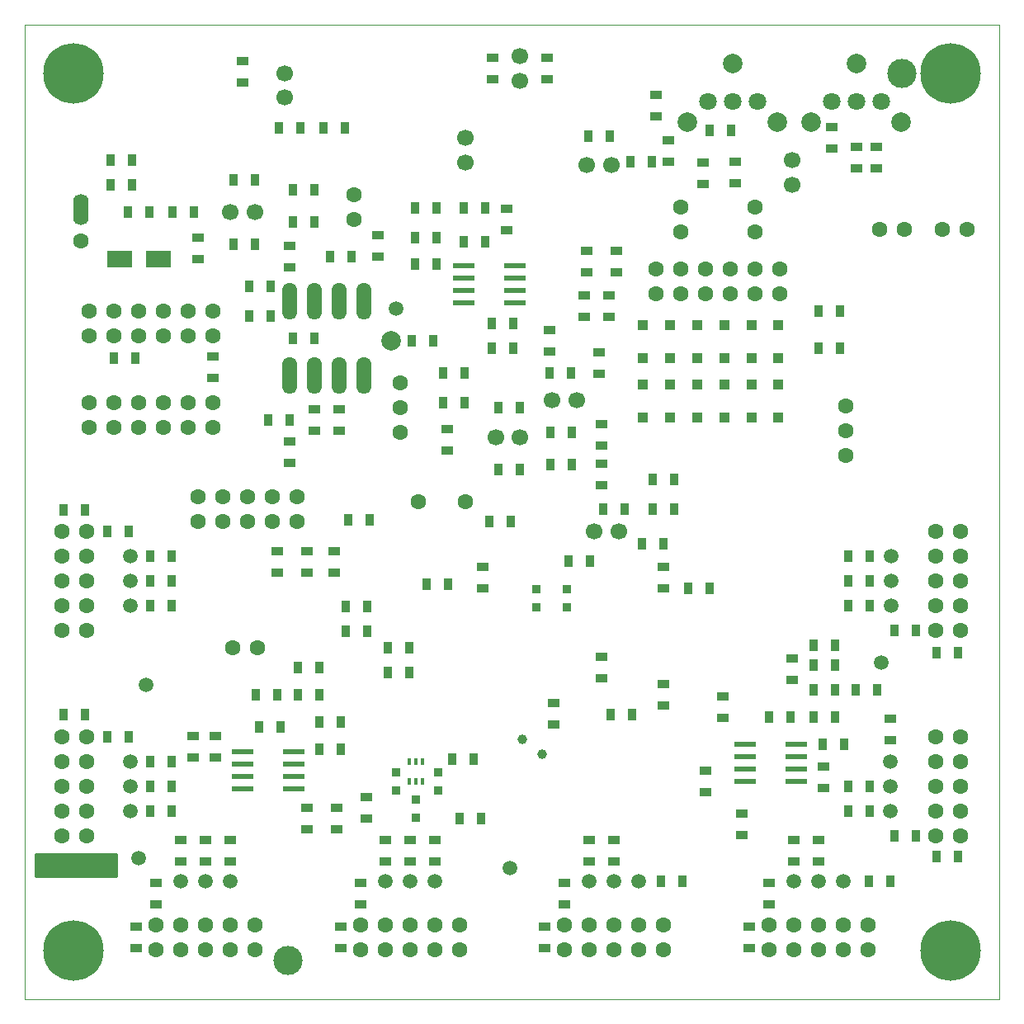
<source format=gbs>
G04 #@! TF.FileFunction,Soldermask,Bot*
%FSLAX46Y46*%
G04 Gerber Fmt 4.6, Leading zero omitted, Abs format (unit mm)*
G04 Created by KiCad (PCBNEW 4.0.2-stable) date 25/05/2016 09:45:10*
%MOMM*%
G01*
G04 APERTURE LIST*
%ADD10C,0.150000*%
%ADD11C,0.100000*%
%ADD12R,2.200000X0.600000*%
%ADD13C,1.600000*%
%ADD14O,1.524000X3.810000*%
%ADD15R,0.900000X1.300000*%
%ADD16C,1.500000*%
%ADD17R,1.000000X1.000000*%
%ADD18R,0.900000X0.900000*%
%ADD19C,1.000000*%
%ADD20R,1.300000X0.900000*%
%ADD21C,2.000000*%
%ADD22R,0.450000X0.800000*%
%ADD23C,1.700000*%
%ADD24O,1.600000X3.200000*%
%ADD25R,2.500000X1.700000*%
%ADD26C,1.800000*%
%ADD27C,6.200000*%
%ADD28C,3.000000*%
%ADD29C,0.254000*%
G04 APERTURE END LIST*
D10*
D11*
X100000000Y100000000D02*
X100000000Y0D01*
X0Y100000000D02*
X100000000Y100000000D01*
X0Y0D02*
X0Y100000000D01*
X15000000Y0D02*
X0Y0D01*
X100000000Y0D02*
X15000000Y0D01*
D12*
X79114000Y26162000D03*
X79114000Y24892000D03*
X79114000Y23622000D03*
X79114000Y22352000D03*
X73914000Y22352000D03*
X73914000Y23622000D03*
X73914000Y24892000D03*
X73914000Y26162000D03*
D13*
X38481000Y63246000D03*
X38481000Y58166000D03*
X38481000Y60706000D03*
D12*
X27552000Y25400000D03*
X27552000Y24130000D03*
X27552000Y22860000D03*
X27552000Y21590000D03*
X22352000Y21590000D03*
X22352000Y22860000D03*
X22352000Y24130000D03*
X22352000Y25400000D03*
D13*
X27940000Y51562000D03*
X27940000Y49022000D03*
X25400000Y51562000D03*
X25400000Y49022000D03*
X22860000Y51562000D03*
X22860000Y49022000D03*
X20320000Y51562000D03*
X20320000Y49022000D03*
X17780000Y51562000D03*
X17780000Y49022000D03*
X45239000Y51054000D03*
X40359000Y51054000D03*
D14*
X27178000Y64008000D03*
X29718000Y64008000D03*
X32258000Y64008000D03*
X34798000Y64008000D03*
X27178000Y71628000D03*
X29718000Y71628000D03*
X32258000Y71628000D03*
X34798000Y71628000D03*
D15*
X43858000Y24638000D03*
X46058000Y24638000D03*
D16*
X81407000Y12065000D03*
X78867000Y12065000D03*
X83947000Y12065000D03*
D17*
X77279000Y59641000D03*
X77279000Y63041000D03*
X77279000Y65737000D03*
X77279000Y69137000D03*
X74549000Y59641000D03*
X74549000Y63041000D03*
X74549000Y65737000D03*
X74549000Y69137000D03*
X71755000Y59641000D03*
X71755000Y63041000D03*
X71755000Y65737000D03*
X71755000Y69137000D03*
X68961000Y59641000D03*
X68961000Y63041000D03*
X68961000Y65737000D03*
X68961000Y69137000D03*
X66167000Y59641000D03*
X66167000Y63041000D03*
X66167000Y65737000D03*
X66167000Y69137000D03*
X63373000Y59641000D03*
X63373000Y63041000D03*
X63373000Y65737000D03*
X63373000Y69137000D03*
D16*
X10795000Y45466000D03*
X12446000Y32258000D03*
X10795000Y24384000D03*
X11684000Y14478000D03*
X16002000Y12065000D03*
X49784000Y13462000D03*
X36957000Y12065000D03*
X10795000Y42926000D03*
X10795000Y40386000D03*
X10795000Y21844000D03*
X10795000Y19304000D03*
X18542000Y12065000D03*
X21082000Y12065000D03*
X39497000Y12065000D03*
X42037000Y12065000D03*
X57912000Y12065000D03*
X60452000Y12065000D03*
X62992000Y12065000D03*
X88773000Y19304000D03*
X88773000Y21844000D03*
X88773000Y24384000D03*
X88900000Y40386000D03*
X88900000Y42926000D03*
X88900000Y45466000D03*
X38100000Y70866000D03*
D18*
X52451000Y40198000D03*
X52451000Y42098000D03*
D19*
X51054000Y26670000D03*
X53086000Y25146000D03*
D12*
X50243000Y75247000D03*
X50243000Y73977000D03*
X50243000Y72707000D03*
X50243000Y71437000D03*
X45043000Y71437000D03*
X45043000Y72707000D03*
X45043000Y73977000D03*
X45043000Y75247000D03*
D15*
X26078000Y89408000D03*
X28278000Y89408000D03*
X32850000Y89408000D03*
X30650000Y89408000D03*
X8806000Y83566000D03*
X11006000Y83566000D03*
D20*
X22355600Y96265000D03*
X22355600Y94065000D03*
D15*
X80942000Y36322000D03*
X83142000Y36322000D03*
X80942000Y34290000D03*
X83142000Y34290000D03*
X64432000Y53340000D03*
X66632000Y53340000D03*
X64432000Y50292000D03*
X66632000Y50292000D03*
X32936000Y37719000D03*
X35136000Y37719000D03*
X32936000Y40259000D03*
X35136000Y40259000D03*
X30226000Y31242000D03*
X28026000Y31242000D03*
X25908000Y31242000D03*
X23708000Y31242000D03*
X81450000Y66802000D03*
X83650000Y66802000D03*
X81450000Y70612000D03*
X83650000Y70612000D03*
X29718000Y79756000D03*
X27518000Y79756000D03*
X29718000Y83058000D03*
X27518000Y83058000D03*
D20*
X27178000Y55034000D03*
X27178000Y57234000D03*
X29718000Y58336000D03*
X29718000Y60536000D03*
X16002000Y16340000D03*
X16002000Y14140000D03*
D15*
X15070000Y24384000D03*
X12870000Y24384000D03*
X15070000Y45466000D03*
X12870000Y45466000D03*
D20*
X18542000Y16340000D03*
X18542000Y14140000D03*
D15*
X15070000Y21844000D03*
X12870000Y21844000D03*
X15048000Y42926000D03*
X12848000Y42926000D03*
D20*
X21082000Y16340000D03*
X21082000Y14140000D03*
D15*
X15070000Y19304000D03*
X12870000Y19304000D03*
X15048000Y40386000D03*
X12848000Y40386000D03*
D20*
X13462000Y11895000D03*
X13462000Y9695000D03*
D15*
X10625000Y26924000D03*
X8425000Y26924000D03*
X10625000Y48006000D03*
X8425000Y48006000D03*
X84498000Y42926000D03*
X86698000Y42926000D03*
X84498000Y21844000D03*
X86698000Y21844000D03*
D20*
X81407000Y16340000D03*
X81407000Y14140000D03*
X60452000Y16340000D03*
X60452000Y14140000D03*
D15*
X84498000Y45466000D03*
X86698000Y45466000D03*
D20*
X88773000Y28786000D03*
X88773000Y26586000D03*
D15*
X88793500Y12065000D03*
X86593500Y12065000D03*
X67444800Y12065000D03*
X65244800Y12065000D03*
X86698000Y40386000D03*
X84498000Y40386000D03*
X91397000Y37846000D03*
X89197000Y37846000D03*
X86698000Y19304000D03*
X84498000Y19304000D03*
X91397000Y16764000D03*
X89197000Y16764000D03*
D20*
X78867000Y14140000D03*
X78867000Y16340000D03*
X76327000Y9695000D03*
X76327000Y11895000D03*
X57912000Y14140000D03*
X57912000Y16340000D03*
X55372000Y9695000D03*
X55372000Y11895000D03*
X57404000Y70020000D03*
X57404000Y72220000D03*
X27178000Y75100000D03*
X27178000Y77300000D03*
D15*
X43434000Y42608500D03*
X41234000Y42608500D03*
D20*
X53848000Y66421000D03*
X53848000Y68621000D03*
X49403000Y81110000D03*
X49403000Y78910000D03*
D15*
X50800000Y60706000D03*
X48600000Y60706000D03*
D20*
X19558000Y27008000D03*
X19558000Y24808000D03*
X17272000Y27008000D03*
X17272000Y24808000D03*
X32004000Y17442000D03*
X32004000Y19642000D03*
X71628000Y31072000D03*
X71628000Y28872000D03*
X69850000Y21252000D03*
X69850000Y23452000D03*
D15*
X24046000Y27940000D03*
X26246000Y27940000D03*
X76370000Y28956000D03*
X78570000Y28956000D03*
X80942000Y31750000D03*
X83142000Y31750000D03*
X30226000Y28448000D03*
X32426000Y28448000D03*
X30226000Y25654000D03*
X32426000Y25654000D03*
X81831000Y26162000D03*
X84031000Y26162000D03*
X80942000Y28956000D03*
X83142000Y28956000D03*
X85260000Y31750000D03*
X87460000Y31750000D03*
D20*
X43307000Y56304000D03*
X43307000Y58504000D03*
D15*
X42926000Y61214000D03*
X45126000Y61214000D03*
X27518000Y67818000D03*
X29718000Y67818000D03*
X39710000Y67564000D03*
X41910000Y67564000D03*
D20*
X36195000Y76200000D03*
X36195000Y78400000D03*
D15*
X33147000Y49149000D03*
X35347000Y49149000D03*
D20*
X82804000Y87292000D03*
X82804000Y89492000D03*
X66040000Y85895000D03*
X66040000Y88095000D03*
D15*
X17356000Y80772000D03*
X15156000Y80772000D03*
X11006000Y86106000D03*
X8806000Y86106000D03*
D20*
X65532000Y42164000D03*
X65532000Y44364000D03*
X32258000Y58336000D03*
X32258000Y60536000D03*
D15*
X24978000Y59436000D03*
X27178000Y59436000D03*
D20*
X59182000Y52748000D03*
X59182000Y54948000D03*
D15*
X45126000Y64262000D03*
X42926000Y64262000D03*
X56048000Y64262000D03*
X53848000Y64262000D03*
X47922000Y66802000D03*
X50122000Y66802000D03*
D20*
X57658000Y74592000D03*
X57658000Y76792000D03*
X54229000Y28158000D03*
X54229000Y30358000D03*
D15*
X47922000Y69342000D03*
X50122000Y69342000D03*
D20*
X59944000Y70020000D03*
X59944000Y72220000D03*
X60706000Y74592000D03*
X60706000Y76792000D03*
D15*
X45001000Y81153000D03*
X47201000Y81153000D03*
D20*
X28956000Y45974000D03*
X28956000Y43774000D03*
X25908000Y45974000D03*
X25908000Y43774000D03*
D15*
X62146000Y85915500D03*
X64346000Y85915500D03*
D20*
X17780000Y75946000D03*
X17780000Y78146000D03*
D15*
X68072000Y42164000D03*
X70272000Y42164000D03*
X61552000Y50292000D03*
X59352000Y50292000D03*
X72474000Y89154000D03*
X70274000Y89154000D03*
D20*
X64770000Y90594000D03*
X64770000Y92794000D03*
D15*
X60031600Y88518000D03*
X57831600Y88518000D03*
D20*
X53594000Y94404000D03*
X53594000Y96604000D03*
X48006000Y94404000D03*
X48006000Y96604000D03*
D15*
X23622000Y77470000D03*
X21422000Y77470000D03*
X23622000Y84074000D03*
X21422000Y84074000D03*
X12784000Y80772000D03*
X10584000Y80772000D03*
X25230000Y73152000D03*
X23030000Y73152000D03*
X65532000Y46736000D03*
X63332000Y46736000D03*
D20*
X59182000Y56812000D03*
X59182000Y59012000D03*
D15*
X33528000Y76200000D03*
X31328000Y76200000D03*
X45001000Y77724000D03*
X47201000Y77724000D03*
X42248000Y75438000D03*
X40048000Y75438000D03*
X50800000Y54356000D03*
X48600000Y54356000D03*
D20*
X31750000Y45974000D03*
X31750000Y43774000D03*
X81915000Y21633000D03*
X81915000Y23833000D03*
X28956000Y17442000D03*
X28956000Y19642000D03*
X73533000Y16807000D03*
X73533000Y19007000D03*
X36957000Y16340000D03*
X36957000Y14140000D03*
X42037000Y16340000D03*
X42037000Y14140000D03*
X34417000Y11895000D03*
X34417000Y9695000D03*
X39497000Y16340000D03*
X39497000Y14140000D03*
X85347600Y87459000D03*
X85347600Y85259000D03*
X87379600Y87459000D03*
X87379600Y85259000D03*
X72898000Y85936000D03*
X72898000Y83736000D03*
X69596000Y85872500D03*
X69596000Y83672500D03*
D21*
X37592000Y67564000D03*
D15*
X42248000Y78105000D03*
X40048000Y78105000D03*
X25230000Y70104000D03*
X23030000Y70104000D03*
D18*
X40132000Y20508000D03*
X40132000Y18608000D03*
X38100000Y21402000D03*
X38100000Y23302000D03*
X42418000Y21402000D03*
X42418000Y23302000D03*
D20*
X35052000Y18542000D03*
X35052000Y20742000D03*
D15*
X46820000Y18542000D03*
X44620000Y18542000D03*
D22*
X39482000Y24368000D03*
X40132000Y24368000D03*
X40782000Y24368000D03*
X40782000Y22368000D03*
X40132000Y22368000D03*
X39482000Y22368000D03*
D15*
X57996000Y44958000D03*
X55796000Y44958000D03*
D20*
X58928000Y66378000D03*
X58928000Y64178000D03*
D15*
X56091000Y54864000D03*
X53891000Y54864000D03*
X56091000Y58166000D03*
X53891000Y58166000D03*
D18*
X55626000Y40198000D03*
X55626000Y42098000D03*
D15*
X47668000Y49022000D03*
X49868000Y49022000D03*
D20*
X46990000Y44323000D03*
X46990000Y42123000D03*
D15*
X62314000Y29210000D03*
X60114000Y29210000D03*
D20*
X65532000Y30142000D03*
X65532000Y32342000D03*
X59182000Y35136000D03*
X59182000Y32936000D03*
D23*
X78740000Y86086000D03*
X78740000Y83586000D03*
X58443600Y48006000D03*
X60943600Y48006000D03*
X50800000Y94254000D03*
X50800000Y96754000D03*
X60178000Y85598000D03*
X57678000Y85598000D03*
X21082000Y80772000D03*
X23582000Y80772000D03*
X50800000Y57658000D03*
X48300000Y57658000D03*
X56622000Y61468000D03*
X54122000Y61468000D03*
X26673600Y94995000D03*
X26673600Y92495000D03*
X45212000Y85852000D03*
X45212000Y88352000D03*
D15*
X3980000Y50165000D03*
X6180000Y50165000D03*
X3980000Y29210000D03*
X6180000Y29210000D03*
D20*
X11430000Y5250000D03*
X11430000Y7450000D03*
X32385000Y5250000D03*
X32385000Y7450000D03*
D15*
X95715000Y35560000D03*
X93515000Y35560000D03*
X95715000Y14605000D03*
X93515000Y14605000D03*
D20*
X74295000Y5250000D03*
X74295000Y7450000D03*
X53340000Y5250000D03*
X53340000Y7450000D03*
X78740000Y34966000D03*
X78740000Y32766000D03*
D15*
X28026000Y34036000D03*
X30226000Y34036000D03*
X42248000Y81153000D03*
X40048000Y81153000D03*
D13*
X5715000Y77804000D03*
D24*
X5715000Y80979000D03*
D25*
X9684000Y75946000D03*
X13684000Y75946000D03*
D13*
X96647000Y78994000D03*
X94107000Y78994000D03*
X90220800Y78994000D03*
X87680800Y78994000D03*
X23876000Y36068000D03*
X21336000Y36068000D03*
X33782000Y80010000D03*
X33782000Y82550000D03*
X67310000Y81280000D03*
X67310000Y78740000D03*
X74930000Y81280000D03*
X74930000Y78740000D03*
X96012000Y37846000D03*
X93472000Y37846000D03*
X96012000Y40386000D03*
X93472000Y40386000D03*
X96012000Y42926000D03*
X93472000Y42926000D03*
X96012000Y45466000D03*
X93472000Y45466000D03*
X96012000Y48006000D03*
X93472000Y48006000D03*
X96012000Y16764000D03*
X93472000Y16764000D03*
X96012000Y19304000D03*
X93472000Y19304000D03*
X96012000Y21844000D03*
X93472000Y21844000D03*
X96012000Y24384000D03*
X93472000Y24384000D03*
X96012000Y26924000D03*
X93472000Y26924000D03*
X76327000Y5080000D03*
X76327000Y7620000D03*
X78867000Y5080000D03*
X78867000Y7620000D03*
X81407000Y5080000D03*
X81407000Y7620000D03*
X83947000Y5080000D03*
X83947000Y7620000D03*
X86487000Y5080000D03*
X86487000Y7620000D03*
X55372000Y5080000D03*
X55372000Y7620000D03*
X57912000Y5080000D03*
X57912000Y7620000D03*
X60452000Y5080000D03*
X60452000Y7620000D03*
X62992000Y5080000D03*
X62992000Y7620000D03*
X65532000Y5080000D03*
X65532000Y7620000D03*
X77470000Y74930000D03*
X77470000Y72390000D03*
X74930000Y74930000D03*
X74930000Y72390000D03*
X72390000Y74930000D03*
X72390000Y72390000D03*
X69850000Y74930000D03*
X69850000Y72390000D03*
X67310000Y74930000D03*
X67310000Y72390000D03*
X64770000Y74930000D03*
X64770000Y72390000D03*
X3810000Y48006000D03*
X6350000Y48006000D03*
X3810000Y45466000D03*
X6350000Y45466000D03*
X3810000Y42926000D03*
X6350000Y42926000D03*
X3810000Y40386000D03*
X6350000Y40386000D03*
X3810000Y37846000D03*
X6350000Y37846000D03*
X3810000Y26924000D03*
X6350000Y26924000D03*
X3810000Y24384000D03*
X6350000Y24384000D03*
X3810000Y21844000D03*
X6350000Y21844000D03*
X3810000Y19304000D03*
X6350000Y19304000D03*
X3810000Y16764000D03*
X6350000Y16764000D03*
X13462000Y5080000D03*
X13462000Y7620000D03*
X16002000Y5080000D03*
X16002000Y7620000D03*
X18542000Y5080000D03*
X18542000Y7620000D03*
X21082000Y5080000D03*
X21082000Y7620000D03*
X23622000Y5080000D03*
X23622000Y7620000D03*
X34417000Y5080000D03*
X34417000Y7620000D03*
X36957000Y5080000D03*
X36957000Y7620000D03*
X39497000Y5080000D03*
X39497000Y7620000D03*
X42037000Y5080000D03*
X42037000Y7620000D03*
X44577000Y5080000D03*
X44577000Y7620000D03*
X84201000Y55753000D03*
X84201000Y60833000D03*
X84201000Y58293000D03*
D26*
X82757000Y92100000D03*
X85297000Y92100000D03*
X87837000Y92100000D03*
D21*
X85297000Y96000000D03*
X80697000Y90000000D03*
X89897000Y90000000D03*
D26*
X70057000Y92072000D03*
X72597000Y92072000D03*
X75137000Y92072000D03*
D21*
X72597000Y95972000D03*
X67997000Y89972000D03*
X77197000Y89972000D03*
D27*
X5000000Y95000000D03*
X95000000Y95000000D03*
X95000000Y5000000D03*
X5000000Y4999000D03*
D28*
X27000000Y4000000D03*
X90000000Y95000000D03*
D15*
X39454000Y33528000D03*
X37254000Y33528000D03*
X39454000Y36068000D03*
X37254000Y36068000D03*
D16*
X87884000Y34544000D03*
D15*
X9144000Y65786000D03*
X11344000Y65786000D03*
D20*
X19304000Y65913000D03*
X19304000Y63713000D03*
D13*
X19304000Y61214000D03*
X19304000Y58674000D03*
X16764000Y61214000D03*
X16764000Y58674000D03*
X14224000Y61214000D03*
X14224000Y58674000D03*
X11684000Y61214000D03*
X11684000Y58674000D03*
X9144000Y61214000D03*
X9144000Y58674000D03*
X6604000Y58674000D03*
X6604000Y61214000D03*
X19304000Y70612000D03*
X19304000Y68072000D03*
X16764000Y70612000D03*
X16764000Y68072000D03*
X14224000Y70612000D03*
X14224000Y68072000D03*
X11684000Y70612000D03*
X11684000Y68072000D03*
X9144000Y70612000D03*
X9144000Y68072000D03*
X6604000Y68072000D03*
X6604000Y70612000D03*
D29*
G36*
X9373000Y12627000D02*
X1127000Y12627000D01*
X1127000Y14873000D01*
X9373000Y14873000D01*
X9373000Y12627000D01*
X9373000Y12627000D01*
G37*
X9373000Y12627000D02*
X1127000Y12627000D01*
X1127000Y14873000D01*
X9373000Y14873000D01*
X9373000Y12627000D01*
M02*

</source>
